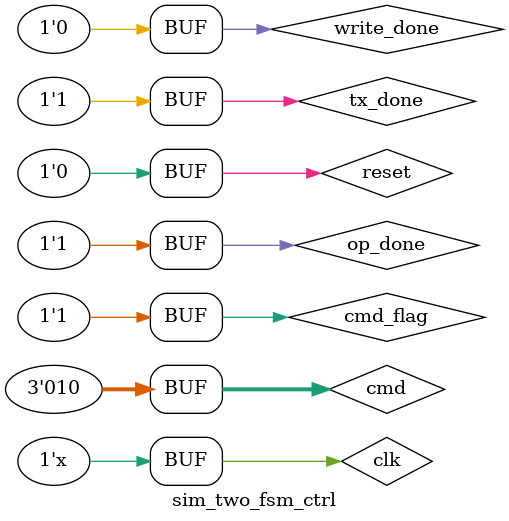
<source format=sv>
`timescale 1ns / 1ps


module sim_two_fsm_ctrl();

	logic clk, reset, cmd_flag;
	logic op_done,write_done, op_enable, write_enable, tx_done,core_lock, tx_enable;
	logic [2:0] cmd;

	// INTERCONNECTION
	logic op_fsm_done, op_fsm_enable;

	// MAIN FSM
	fsm_main_ctrl FSM_MAIN_CTRL
	(
	  .clk(clk),
	  .reset(reset),
	  .cmd_flag(cmd_flag),
	  .op_fsm_done(op_fsm_done),
	  .tx_done(tx_done),
	  .core_lock(core_lock),
	  .op_fsm_enable(op_fsm_enable),
	  .tx_enable(tx_enable)
	);

	// OPERATIONS FSM
	fsm_op_ctrl #(
	  .CMD_WIDTH(3)
	)
	FSM_OP_CTRL
	(
	  .clk(clk),
	  .reset(reset),
	  .enable(op_fsm_enable),
	  .op_done(op_done),
	  .write_done(write_done),
	  .cmd(cmd),
	  .write_enable(write_enable),
	  .op_enable(op_enable),
	  .module_done(op_fsm_done)
	);

	always #5 clk = ~clk;
	initial begin
		clk = 1'b0;
		reset = 1'b1;
		cmd_flag = 1'b0;
		tx_done = 1'b0;
		op_done = 1'b0;
		write_done = 1'b0;
		#10
		reset = 1'b0;
		cmd = 'd2;
		#10
		cmd_flag = 1'b1;
		#30
		op_done = 1'b1;
		#30
		tx_done = 1'b1;

	end
endmodule

</source>
